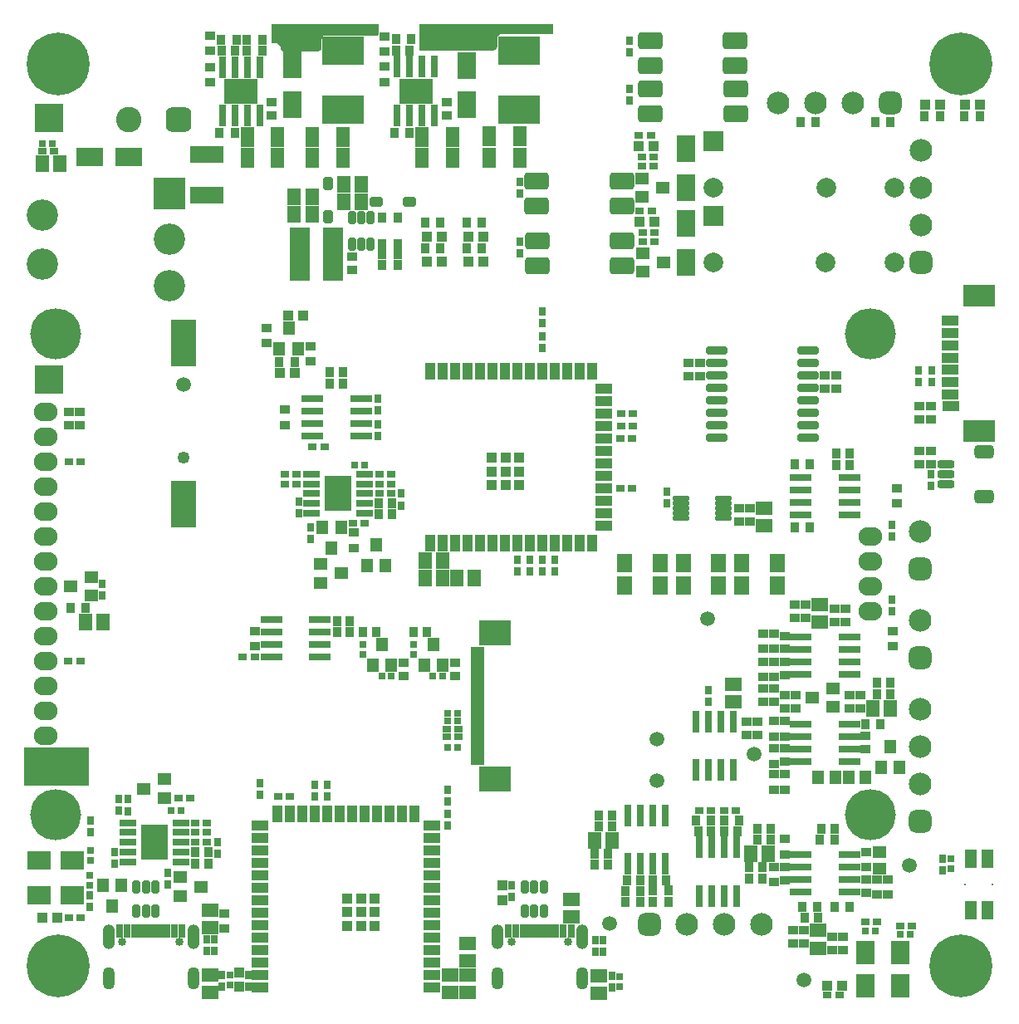
<source format=gbr>
G04*
G04 #@! TF.GenerationSoftware,Altium Limited,Altium Designer,24.10.1 (45)*
G04*
G04 Layer_Color=8388736*
%FSLAX25Y25*%
%MOIN*%
G70*
G04*
G04 #@! TF.SameCoordinates,F8DE0C88-6A82-4F8F-96BC-C1AF256D62EF*
G04*
G04*
G04 #@! TF.FilePolarity,Negative*
G04*
G01*
G75*
%ADD21R,0.26000X0.15500*%
%ADD73R,0.04000X0.04000*%
%ADD74R,0.02800X0.03400*%
%ADD75R,0.04000X0.03800*%
%ADD76R,0.03950X0.03753*%
%ADD77R,0.06500X0.05200*%
%ADD78R,0.02769X0.03162*%
%ADD79R,0.05500X0.04800*%
%ADD80R,0.03400X0.02800*%
%ADD81R,0.03162X0.02769*%
%ADD82R,0.09855X0.18517*%
G04:AMPARAMS|DCode=83|XSize=55.64mil|YSize=31.23mil|CornerRadius=6.9mil|HoleSize=0mil|Usage=FLASHONLY|Rotation=90.000|XOffset=0mil|YOffset=0mil|HoleType=Round|Shape=RoundedRectangle|*
%AMROUNDEDRECTD83*
21,1,0.05564,0.01742,0,0,90.0*
21,1,0.04183,0.03123,0,0,90.0*
1,1,0.01381,0.00871,0.02092*
1,1,0.01381,0.00871,-0.02092*
1,1,0.01381,-0.00871,-0.02092*
1,1,0.01381,-0.00871,0.02092*
%
%ADD83ROUNDEDRECTD83*%
%ADD84R,0.05200X0.06500*%
G04:AMPARAMS|DCode=85|XSize=65.87mil|YSize=19.02mil|CornerRadius=5.38mil|HoleSize=0mil|Usage=FLASHONLY|Rotation=0.000|XOffset=0mil|YOffset=0mil|HoleType=Round|Shape=RoundedRectangle|*
%AMROUNDEDRECTD85*
21,1,0.06587,0.00827,0,0,0.0*
21,1,0.05512,0.01902,0,0,0.0*
1,1,0.01076,0.02756,-0.00413*
1,1,0.01076,-0.02756,-0.00413*
1,1,0.01076,-0.02756,0.00413*
1,1,0.01076,0.02756,0.00413*
%
%ADD85ROUNDEDRECTD85*%
%ADD86R,0.04343X0.04343*%
%ADD87R,0.04343X0.06706*%
%ADD88R,0.06706X0.04343*%
%ADD89R,0.08556X0.03162*%
%ADD90R,0.06509X0.03162*%
%ADD91R,0.10642X0.14186*%
G04:AMPARAMS|DCode=92|XSize=88.71mil|YSize=31.23mil|CornerRadius=6.9mil|HoleSize=0mil|Usage=FLASHONLY|Rotation=0.000|XOffset=0mil|YOffset=0mil|HoleType=Round|Shape=RoundedRectangle|*
%AMROUNDEDRECTD92*
21,1,0.08871,0.01742,0,0,0.0*
21,1,0.07490,0.03123,0,0,0.0*
1,1,0.01381,0.03745,-0.00871*
1,1,0.01381,-0.03745,-0.00871*
1,1,0.01381,-0.03745,0.00871*
1,1,0.01381,0.03745,0.00871*
%
%ADD92ROUNDEDRECTD92*%
G04:AMPARAMS|DCode=93|XSize=98.55mil|YSize=66.27mil|CornerRadius=11.28mil|HoleSize=0mil|Usage=FLASHONLY|Rotation=0.000|XOffset=0mil|YOffset=0mil|HoleType=Round|Shape=RoundedRectangle|*
%AMROUNDEDRECTD93*
21,1,0.09855,0.04370,0,0,0.0*
21,1,0.07598,0.06627,0,0,0.0*
1,1,0.02257,0.03799,-0.02185*
1,1,0.02257,-0.03799,-0.02185*
1,1,0.02257,-0.03799,0.02185*
1,1,0.02257,0.03799,0.02185*
%
%ADD93ROUNDEDRECTD93*%
%ADD94R,0.03162X0.08556*%
%ADD95R,0.05524X0.04800*%
%ADD96R,0.04343X0.04343*%
%ADD97R,0.06706X0.04343*%
%ADD98R,0.04343X0.06706*%
%ADD99R,0.04800X0.05524*%
%ADD100R,0.13792X0.10288*%
%ADD101R,0.04737X0.07493*%
%ADD102R,0.07493X0.09461*%
%ADD103R,0.09461X0.07493*%
%ADD104R,0.03800X0.04000*%
%ADD105R,0.04800X0.05500*%
%ADD106R,0.08280X0.21666*%
%ADD107R,0.16548X0.11430*%
%ADD108R,0.01981X0.05328*%
%ADD109R,0.03162X0.05328*%
G04:AMPARAMS|DCode=110|XSize=55.24mil|YSize=78.87mil|CornerRadius=15.81mil|HoleSize=0mil|Usage=FLASHONLY|Rotation=270.000|XOffset=0mil|YOffset=0mil|HoleType=Round|Shape=RoundedRectangle|*
%AMROUNDEDRECTD110*
21,1,0.05524,0.04724,0,0,270.0*
21,1,0.02362,0.07887,0,0,270.0*
1,1,0.03162,-0.02362,-0.01181*
1,1,0.03162,-0.02362,0.01181*
1,1,0.03162,0.02362,0.01181*
1,1,0.03162,0.02362,-0.01181*
%
%ADD110ROUNDEDRECTD110*%
G04:AMPARAMS|DCode=111|XSize=31.62mil|YSize=69.02mil|CornerRadius=9.91mil|HoleSize=0mil|Usage=FLASHONLY|Rotation=270.000|XOffset=0mil|YOffset=0mil|HoleType=Round|Shape=RoundedRectangle|*
%AMROUNDEDRECTD111*
21,1,0.03162,0.04921,0,0,270.0*
21,1,0.01181,0.06902,0,0,270.0*
1,1,0.01981,-0.02461,-0.00591*
1,1,0.01981,-0.02461,0.00591*
1,1,0.01981,0.02461,0.00591*
1,1,0.01981,0.02461,-0.00591*
%
%ADD111ROUNDEDRECTD111*%
%ADD112R,0.07099X0.03950*%
%ADD113R,0.12611X0.09068*%
%ADD114R,0.05721X0.01981*%
%ADD115R,0.13005X0.09855*%
%ADD116R,0.11811X0.11811*%
%ADD117R,0.13398X0.06706*%
%ADD118R,0.04000X0.04000*%
%ADD119R,0.07493X0.10642*%
%ADD120R,0.06194X0.07611*%
G04:AMPARAMS|DCode=121|XSize=55.64mil|YSize=36.74mil|CornerRadius=6.59mil|HoleSize=0mil|Usage=FLASHONLY|Rotation=90.000|XOffset=0mil|YOffset=0mil|HoleType=Round|Shape=RoundedRectangle|*
%AMROUNDEDRECTD121*
21,1,0.05564,0.02357,0,0,90.0*
21,1,0.04247,0.03674,0,0,90.0*
1,1,0.01317,0.01178,0.02123*
1,1,0.01317,0.01178,-0.02123*
1,1,0.01317,-0.01178,-0.02123*
1,1,0.01317,-0.01178,0.02123*
%
%ADD121ROUNDEDRECTD121*%
G04:AMPARAMS|DCode=122|XSize=55.64mil|YSize=36.74mil|CornerRadius=6.59mil|HoleSize=0mil|Usage=FLASHONLY|Rotation=180.000|XOffset=0mil|YOffset=0mil|HoleType=Round|Shape=RoundedRectangle|*
%AMROUNDEDRECTD122*
21,1,0.05564,0.02357,0,0,180.0*
21,1,0.04247,0.03674,0,0,180.0*
1,1,0.01317,-0.02123,0.01178*
1,1,0.01317,0.02123,0.01178*
1,1,0.01317,0.02123,-0.01178*
1,1,0.01317,-0.02123,-0.01178*
%
%ADD122ROUNDEDRECTD122*%
%ADD123R,0.10642X0.07493*%
%ADD124R,0.03753X0.03950*%
%ADD125R,0.05200X0.07900*%
%ADD126C,0.05906*%
%ADD127C,0.05918*%
%ADD128C,0.04934*%
%ADD129C,0.10249*%
G04:AMPARAMS|DCode=130|XSize=102.49mil|YSize=102.49mil|CornerRadius=27.62mil|HoleSize=0mil|Usage=FLASHONLY|Rotation=180.000|XOffset=0mil|YOffset=0mil|HoleType=Round|Shape=RoundedRectangle|*
%AMROUNDEDRECTD130*
21,1,0.10249,0.04724,0,0,180.0*
21,1,0.04724,0.10249,0,0,180.0*
1,1,0.05524,-0.02362,0.02362*
1,1,0.05524,0.02362,0.02362*
1,1,0.05524,0.02362,-0.02362*
1,1,0.05524,-0.02362,-0.02362*
%
%ADD130ROUNDEDRECTD130*%
%ADD131C,0.00800*%
%ADD132C,0.12611*%
%ADD133R,0.12611X0.12611*%
G04:AMPARAMS|DCode=134|XSize=90.68mil|YSize=90.68mil|CornerRadius=24.67mil|HoleSize=0mil|Usage=FLASHONLY|Rotation=90.000|XOffset=0mil|YOffset=0mil|HoleType=Round|Shape=RoundedRectangle|*
%AMROUNDEDRECTD134*
21,1,0.09068,0.04134,0,0,90.0*
21,1,0.04134,0.09068,0,0,90.0*
1,1,0.04934,0.02067,0.02067*
1,1,0.04934,0.02067,-0.02067*
1,1,0.04934,-0.02067,-0.02067*
1,1,0.04934,-0.02067,0.02067*
%
%ADD134ROUNDEDRECTD134*%
%ADD135C,0.09068*%
G04:AMPARAMS|DCode=136|XSize=90.68mil|YSize=90.68mil|CornerRadius=24.67mil|HoleSize=0mil|Usage=FLASHONLY|Rotation=180.000|XOffset=0mil|YOffset=0mil|HoleType=Round|Shape=RoundedRectangle|*
%AMROUNDEDRECTD136*
21,1,0.09068,0.04134,0,0,180.0*
21,1,0.04134,0.09068,0,0,180.0*
1,1,0.04934,-0.02067,0.02067*
1,1,0.04934,0.02067,0.02067*
1,1,0.04934,0.02067,-0.02067*
1,1,0.04934,-0.02067,-0.02067*
%
%ADD136ROUNDEDRECTD136*%
%ADD137O,0.09461X0.07493*%
%ADD138C,0.20485*%
%ADD139C,0.07887*%
%ADD140R,0.07887X0.07887*%
%ADD141C,0.03359*%
%ADD142O,0.04934X0.09068*%
%ADD143O,0.04934X0.09855*%
%ADD144C,0.03950*%
%ADD145C,0.25197*%
G36*
X144400Y393700D02*
X144400Y390500D01*
X144400Y390261D01*
X144217Y389820D01*
X143880Y389483D01*
X143439Y389300D01*
X143200Y389300D01*
X143200Y389300D01*
X122800D01*
X122527Y389273D01*
X122022Y389064D01*
X121636Y388678D01*
X121427Y388173D01*
X121400Y387900D01*
D01*
Y384800D01*
Y384422D01*
X121111Y383724D01*
X120576Y383189D01*
X119878Y382900D01*
X119500D01*
D01*
X106200D01*
X105941Y382900D01*
X105464Y383098D01*
X105098Y383464D01*
X104900Y383941D01*
X104900Y384200D01*
X104900Y384200D01*
X104865Y384560D01*
X104589Y385225D01*
X104080Y385733D01*
X103416Y386009D01*
X103056Y386044D01*
D01*
X101200D01*
Y393700D01*
X144400D01*
D02*
G37*
G36*
X214300Y393701D02*
Y389700D01*
X193300D01*
X193027Y389673D01*
X192522Y389464D01*
X192136Y389078D01*
X191927Y388573D01*
X191900Y388300D01*
D01*
Y385200D01*
Y384822D01*
X191611Y384124D01*
X191076Y383589D01*
X190378Y383300D01*
X190000D01*
D01*
X160500D01*
Y393701D01*
X214300D01*
D02*
G37*
D21*
X15000Y95750D02*
D03*
D73*
X249046Y314600D02*
D03*
X254951D02*
D03*
X15253Y35200D02*
D03*
X9347D02*
D03*
X108047Y277000D02*
D03*
X113953D02*
D03*
X110506Y253900D02*
D03*
X104600D02*
D03*
X254651Y344900D02*
D03*
X248746D02*
D03*
X363547Y361600D02*
D03*
X369453D02*
D03*
X379547D02*
D03*
X385453D02*
D03*
X324387Y7900D02*
D03*
X330293D02*
D03*
X186223Y308667D02*
D03*
X180318D02*
D03*
X186223Y298400D02*
D03*
X180318D02*
D03*
X169523Y308667D02*
D03*
X163618D02*
D03*
X169523Y298400D02*
D03*
X163618D02*
D03*
D74*
X199762Y174138D02*
D03*
Y178862D02*
D03*
X204762Y174138D02*
D03*
Y178862D02*
D03*
X143800Y243462D02*
D03*
Y238738D02*
D03*
X123700Y83800D02*
D03*
Y88524D02*
D03*
X143800Y228500D02*
D03*
Y233224D02*
D03*
X118700Y83800D02*
D03*
Y88524D02*
D03*
X237952Y11862D02*
D03*
Y7138D02*
D03*
X116800Y191962D02*
D03*
Y187238D02*
D03*
X234252Y26162D02*
D03*
Y21438D02*
D03*
X231152Y26162D02*
D03*
Y21438D02*
D03*
X112100Y197500D02*
D03*
Y202224D02*
D03*
X197637Y43386D02*
D03*
Y48110D02*
D03*
X153200Y205374D02*
D03*
Y200650D02*
D03*
X59600Y53162D02*
D03*
Y48438D02*
D03*
X81400Y12079D02*
D03*
Y7354D02*
D03*
X78300Y26662D02*
D03*
Y21938D02*
D03*
X75100Y26662D02*
D03*
Y21938D02*
D03*
X43500Y82724D02*
D03*
Y78000D02*
D03*
X39900Y82762D02*
D03*
Y78038D02*
D03*
X38426Y56739D02*
D03*
Y61463D02*
D03*
X79700Y65400D02*
D03*
Y60676D02*
D03*
X209800Y268562D02*
D03*
Y263838D02*
D03*
Y273838D02*
D03*
Y278562D02*
D03*
X365900Y213206D02*
D03*
Y208481D02*
D03*
X200900Y325938D02*
D03*
Y330662D02*
D03*
X244900Y363138D02*
D03*
Y367862D02*
D03*
Y382438D02*
D03*
Y387162D02*
D03*
X200900Y301938D02*
D03*
Y306662D02*
D03*
X276700Y126662D02*
D03*
Y121938D02*
D03*
X259800Y201468D02*
D03*
Y206193D02*
D03*
X209762Y178862D02*
D03*
Y174138D02*
D03*
X214762Y178862D02*
D03*
Y174138D02*
D03*
X366269Y250152D02*
D03*
Y254877D02*
D03*
X360931Y250152D02*
D03*
Y254877D02*
D03*
X33400Y169162D02*
D03*
Y164438D02*
D03*
X350100Y162762D02*
D03*
Y158038D02*
D03*
X350400Y188038D02*
D03*
Y192762D02*
D03*
X96600Y84338D02*
D03*
Y89062D02*
D03*
X172000Y72038D02*
D03*
Y76762D02*
D03*
Y81838D02*
D03*
Y86562D02*
D03*
X370700Y58835D02*
D03*
Y54110D02*
D03*
X91900Y12079D02*
D03*
Y7354D02*
D03*
X28500Y69337D02*
D03*
Y74061D02*
D03*
X28400Y44200D02*
D03*
Y39476D02*
D03*
D75*
X307200Y107950D02*
D03*
Y114050D02*
D03*
X303000D02*
D03*
Y107950D02*
D03*
X339800Y61650D02*
D03*
Y55550D02*
D03*
X106600Y232950D02*
D03*
Y239050D02*
D03*
X94500Y150250D02*
D03*
Y144150D02*
D03*
X350500Y144055D02*
D03*
Y150155D02*
D03*
X134200Y189750D02*
D03*
Y183650D02*
D03*
X82200Y30850D02*
D03*
Y36950D02*
D03*
X116800Y258350D02*
D03*
Y264450D02*
D03*
X99400Y265850D02*
D03*
Y271950D02*
D03*
X344200Y44350D02*
D03*
Y50450D02*
D03*
X303000Y49450D02*
D03*
Y55550D02*
D03*
X307300Y60650D02*
D03*
Y66750D02*
D03*
X348500Y50450D02*
D03*
Y44350D02*
D03*
X303000Y103050D02*
D03*
Y96950D02*
D03*
X307300Y92750D02*
D03*
Y86650D02*
D03*
X303000Y92750D02*
D03*
Y86650D02*
D03*
Y149126D02*
D03*
Y143026D02*
D03*
X298465D02*
D03*
Y149126D02*
D03*
Y137876D02*
D03*
Y131776D02*
D03*
X303000Y131826D02*
D03*
Y137926D02*
D03*
X352200Y201450D02*
D03*
Y207550D02*
D03*
X146731Y382850D02*
D03*
Y388950D02*
D03*
X76631Y383094D02*
D03*
Y389194D02*
D03*
X146731Y370650D02*
D03*
Y376750D02*
D03*
X76631Y370444D02*
D03*
Y376544D02*
D03*
D76*
X311100Y160964D02*
D03*
Y155649D02*
D03*
X327100Y153943D02*
D03*
Y159257D02*
D03*
X315500Y160964D02*
D03*
Y155649D02*
D03*
X331532Y153943D02*
D03*
Y159257D02*
D03*
X133638Y300617D02*
D03*
Y295302D02*
D03*
X268700Y252443D02*
D03*
Y257757D02*
D03*
X273100Y252485D02*
D03*
Y257800D02*
D03*
X327900Y247443D02*
D03*
Y252758D02*
D03*
X323300Y247443D02*
D03*
Y252758D02*
D03*
X365800Y222463D02*
D03*
Y217148D02*
D03*
X361400Y222463D02*
D03*
Y217148D02*
D03*
X296200Y108642D02*
D03*
Y113958D02*
D03*
X291800Y108642D02*
D03*
Y113958D02*
D03*
X293200Y194185D02*
D03*
Y199500D02*
D03*
X288800Y194185D02*
D03*
Y199500D02*
D03*
X307300Y55558D02*
D03*
Y50243D02*
D03*
X339900Y50500D02*
D03*
Y45185D02*
D03*
X330500Y27558D02*
D03*
Y22242D02*
D03*
X326100Y27558D02*
D03*
Y22242D02*
D03*
X310600Y24843D02*
D03*
Y30158D02*
D03*
X315000Y24785D02*
D03*
Y30100D02*
D03*
X339700Y102842D02*
D03*
Y108158D02*
D03*
X333200Y124515D02*
D03*
Y119200D02*
D03*
X337600Y124515D02*
D03*
Y119200D02*
D03*
X307300Y97742D02*
D03*
Y103058D02*
D03*
Y143018D02*
D03*
Y148333D02*
D03*
X298433Y121942D02*
D03*
Y127258D02*
D03*
X302900Y121942D02*
D03*
Y127258D02*
D03*
X311700Y124515D02*
D03*
Y119200D02*
D03*
X307300Y124515D02*
D03*
Y119200D02*
D03*
Y137933D02*
D03*
Y132618D02*
D03*
X365800Y235048D02*
D03*
Y240363D02*
D03*
X361400Y235048D02*
D03*
Y240363D02*
D03*
X24300Y232842D02*
D03*
Y238158D02*
D03*
X19900Y232842D02*
D03*
Y238158D02*
D03*
X174800Y137515D02*
D03*
Y132200D02*
D03*
X154142Y137515D02*
D03*
Y132200D02*
D03*
X171531Y357256D02*
D03*
Y362571D02*
D03*
X101331Y357056D02*
D03*
Y362371D02*
D03*
D77*
X321300Y160964D02*
D03*
Y153943D02*
D03*
X232752Y11911D02*
D03*
Y4889D02*
D03*
X221452Y35489D02*
D03*
Y42511D02*
D03*
X76500Y12079D02*
D03*
Y5057D02*
D03*
Y38211D02*
D03*
Y31189D02*
D03*
X286700Y121889D02*
D03*
Y128911D02*
D03*
X298900Y199500D02*
D03*
Y192479D02*
D03*
X320600Y30011D02*
D03*
Y22989D02*
D03*
X179800Y17800D02*
D03*
Y24821D02*
D03*
Y5059D02*
D03*
Y12100D02*
D03*
X172800Y5089D02*
D03*
Y12131D02*
D03*
D78*
X373900Y54898D02*
D03*
Y58835D02*
D03*
X241052Y7531D02*
D03*
Y11468D02*
D03*
X84700Y8142D02*
D03*
Y12079D02*
D03*
X28500Y58100D02*
D03*
Y62037D02*
D03*
X28400Y48137D02*
D03*
Y52074D02*
D03*
X158300Y144869D02*
D03*
Y140931D02*
D03*
X137843Y144900D02*
D03*
Y140963D02*
D03*
D79*
X345200Y61650D02*
D03*
Y54950D02*
D03*
D80*
X344324Y33600D02*
D03*
X339600D02*
D03*
X117738Y224100D02*
D03*
X122462D02*
D03*
X94462Y139700D02*
D03*
X89738D02*
D03*
X138662Y193500D02*
D03*
X133938D02*
D03*
X144438Y209311D02*
D03*
X149162D02*
D03*
X106638Y213248D02*
D03*
X111362D02*
D03*
X144438Y205374D02*
D03*
X149162D02*
D03*
X106638Y209311D02*
D03*
X111362D02*
D03*
X149162Y213200D02*
D03*
X144438D02*
D03*
X68662Y83260D02*
D03*
X63938D02*
D03*
X70438Y69400D02*
D03*
X75162D02*
D03*
X70438Y65400D02*
D03*
X75162D02*
D03*
Y73200D02*
D03*
X70438D02*
D03*
X24662Y35200D02*
D03*
X19938D02*
D03*
X253470Y349200D02*
D03*
X248746D02*
D03*
X254651Y336924D02*
D03*
X249927D02*
D03*
X254651Y340624D02*
D03*
X249927D02*
D03*
X253770Y318900D02*
D03*
X249046D02*
D03*
X254951Y306624D02*
D03*
X250227D02*
D03*
X254951Y310324D02*
D03*
X250227D02*
D03*
X241238Y207594D02*
D03*
X245962D02*
D03*
X241238Y227594D02*
D03*
X245962D02*
D03*
X287624Y78100D02*
D03*
X282900D02*
D03*
X272938D02*
D03*
X277662D02*
D03*
X241538Y232600D02*
D03*
X246262D02*
D03*
X241538Y237600D02*
D03*
X246262D02*
D03*
X108562Y83800D02*
D03*
X103838D02*
D03*
X19838Y218100D02*
D03*
X24562D02*
D03*
X19738Y138100D02*
D03*
X24462D02*
D03*
X171638Y110963D02*
D03*
X176362D02*
D03*
X176162Y107800D02*
D03*
X171438D02*
D03*
X329112Y4100D02*
D03*
X324387D02*
D03*
X353700Y32000D02*
D03*
X358424D02*
D03*
X9316Y342800D02*
D03*
X14040D02*
D03*
D81*
X343537Y30000D02*
D03*
X339600D02*
D03*
X138600Y217000D02*
D03*
X134663D02*
D03*
X64954Y78160D02*
D03*
X61017D02*
D03*
X175969Y117100D02*
D03*
X172031D02*
D03*
X175969Y103383D02*
D03*
X172032D02*
D03*
X175969Y114063D02*
D03*
X172032D02*
D03*
X353700Y28600D02*
D03*
X357637D02*
D03*
X13253Y345900D02*
D03*
X9316D02*
D03*
X169940Y132200D02*
D03*
X166003D02*
D03*
X149411D02*
D03*
X145474D02*
D03*
D82*
X66000Y265798D02*
D03*
Y201231D02*
D03*
D83*
X133598Y305645D02*
D03*
X137338D02*
D03*
X141078D02*
D03*
Y316275D02*
D03*
X137338D02*
D03*
X133598D02*
D03*
X210433Y37759D02*
D03*
X206693D02*
D03*
X202953D02*
D03*
Y47641D02*
D03*
X206693D02*
D03*
X210433D02*
D03*
X54540Y37759D02*
D03*
X50800D02*
D03*
X47060D02*
D03*
Y47641D02*
D03*
X50800D02*
D03*
X54540D02*
D03*
D84*
X130327Y322660D02*
D03*
X137369D02*
D03*
X293689Y61000D02*
D03*
X300711D02*
D03*
X238011Y66300D02*
D03*
X230989D02*
D03*
X342689Y119200D02*
D03*
X349711D02*
D03*
X33611Y153900D02*
D03*
X26589D02*
D03*
X175500Y171600D02*
D03*
X182521D02*
D03*
X9316Y337800D02*
D03*
X16337D02*
D03*
X162789Y171600D02*
D03*
X169831D02*
D03*
X162789Y178500D02*
D03*
X169831D02*
D03*
X130327Y329560D02*
D03*
X137369D02*
D03*
X117448Y317660D02*
D03*
X110407D02*
D03*
X117448Y324560D02*
D03*
X110407D02*
D03*
D85*
X265635Y203437D02*
D03*
Y201468D02*
D03*
Y199500D02*
D03*
Y197531D02*
D03*
Y195563D02*
D03*
X282565D02*
D03*
Y197531D02*
D03*
Y199500D02*
D03*
Y201468D02*
D03*
Y203437D02*
D03*
D86*
X195156Y214188D02*
D03*
Y208676D02*
D03*
Y219700D02*
D03*
X200668Y208676D02*
D03*
Y214188D02*
D03*
Y219700D02*
D03*
X189644Y208676D02*
D03*
Y214188D02*
D03*
Y219700D02*
D03*
D87*
X164762Y185645D02*
D03*
X169762D02*
D03*
X174762D02*
D03*
X179762D02*
D03*
X184762D02*
D03*
X189762D02*
D03*
X194762D02*
D03*
X199762D02*
D03*
X204762D02*
D03*
X209762D02*
D03*
X214762D02*
D03*
X219762D02*
D03*
X224762D02*
D03*
X229762D02*
D03*
Y254542D02*
D03*
X224762D02*
D03*
X219762D02*
D03*
X214762D02*
D03*
X209762D02*
D03*
X204762D02*
D03*
X199762D02*
D03*
X194762D02*
D03*
X189762D02*
D03*
X184762D02*
D03*
X179762D02*
D03*
X174762D02*
D03*
X169762D02*
D03*
X164762D02*
D03*
D88*
X234683Y192594D02*
D03*
Y197594D02*
D03*
Y202594D02*
D03*
Y207594D02*
D03*
Y212594D02*
D03*
Y217594D02*
D03*
Y222594D02*
D03*
Y227594D02*
D03*
Y232594D02*
D03*
Y237594D02*
D03*
Y242594D02*
D03*
Y247594D02*
D03*
D89*
X117756Y243500D02*
D03*
X137244Y233500D02*
D03*
Y238500D02*
D03*
Y243500D02*
D03*
X117756Y238500D02*
D03*
Y233500D02*
D03*
Y228500D02*
D03*
X137244D02*
D03*
X101256Y154700D02*
D03*
X120744Y144700D02*
D03*
Y149700D02*
D03*
Y154700D02*
D03*
X101256Y149700D02*
D03*
Y144700D02*
D03*
Y139700D02*
D03*
X120744D02*
D03*
X313756Y60500D02*
D03*
X333244Y50500D02*
D03*
Y55500D02*
D03*
Y60500D02*
D03*
X313756Y55500D02*
D03*
Y50500D02*
D03*
Y45500D02*
D03*
X333244D02*
D03*
Y98000D02*
D03*
X313756Y108000D02*
D03*
Y103000D02*
D03*
Y98000D02*
D03*
X333244Y103000D02*
D03*
Y108000D02*
D03*
Y113000D02*
D03*
X313756D02*
D03*
X333244Y132876D02*
D03*
X313756Y142876D02*
D03*
Y137876D02*
D03*
Y132876D02*
D03*
X333244Y137876D02*
D03*
Y142876D02*
D03*
Y147876D02*
D03*
X313756D02*
D03*
X333244Y197000D02*
D03*
X313756Y207000D02*
D03*
Y202000D02*
D03*
Y197000D02*
D03*
X333244Y202000D02*
D03*
Y207000D02*
D03*
Y212000D02*
D03*
X313756D02*
D03*
D90*
X117143Y213248D02*
D03*
Y209311D02*
D03*
Y205374D02*
D03*
Y201437D02*
D03*
Y197500D02*
D03*
X138600Y213248D02*
D03*
Y209311D02*
D03*
Y205374D02*
D03*
Y201437D02*
D03*
Y197500D02*
D03*
X43498Y73274D02*
D03*
Y69337D02*
D03*
Y65400D02*
D03*
Y61463D02*
D03*
Y57526D02*
D03*
X64954Y73274D02*
D03*
Y69337D02*
D03*
Y65400D02*
D03*
Y61463D02*
D03*
Y57526D02*
D03*
D91*
X127872Y205374D02*
D03*
X54226Y65400D02*
D03*
D92*
X316527Y262800D02*
D03*
Y257800D02*
D03*
Y252800D02*
D03*
Y247800D02*
D03*
Y242800D02*
D03*
Y237800D02*
D03*
Y232800D02*
D03*
Y227800D02*
D03*
X279873D02*
D03*
Y232800D02*
D03*
Y237800D02*
D03*
Y242800D02*
D03*
Y247800D02*
D03*
Y252800D02*
D03*
Y257800D02*
D03*
Y262800D02*
D03*
D93*
X241926Y330700D02*
D03*
Y320700D02*
D03*
X207674D02*
D03*
Y330700D02*
D03*
X253274Y357900D02*
D03*
Y367900D02*
D03*
X287526D02*
D03*
Y357900D02*
D03*
X242026Y306700D02*
D03*
Y296700D02*
D03*
X207774D02*
D03*
Y306700D02*
D03*
X253174Y377100D02*
D03*
Y387100D02*
D03*
X287426D02*
D03*
Y377100D02*
D03*
D94*
X271700Y94456D02*
D03*
X281700Y113944D02*
D03*
X276700D02*
D03*
X271700D02*
D03*
X276700Y94456D02*
D03*
X281700D02*
D03*
X286700D02*
D03*
Y113944D02*
D03*
X272800Y43856D02*
D03*
X282800Y63344D02*
D03*
X277800D02*
D03*
X272800D02*
D03*
X277800Y43856D02*
D03*
X282800D02*
D03*
X287800D02*
D03*
Y63344D02*
D03*
X259374Y76304D02*
D03*
X249374Y56816D02*
D03*
X254374D02*
D03*
X259374D02*
D03*
X254374Y76304D02*
D03*
X249374D02*
D03*
X244374D02*
D03*
Y56816D02*
D03*
X166631Y376744D02*
D03*
Y357256D02*
D03*
X161632D02*
D03*
X156632D02*
D03*
X151631Y376744D02*
D03*
X156632D02*
D03*
X161632D02*
D03*
X151631Y357256D02*
D03*
X96431Y376544D02*
D03*
Y357056D02*
D03*
X91431D02*
D03*
X86431D02*
D03*
X81432Y376544D02*
D03*
X86431D02*
D03*
X91431D02*
D03*
X81432Y357056D02*
D03*
D95*
X326473Y119760D02*
D03*
Y127240D02*
D03*
X318127Y123500D02*
D03*
X120827Y177140D02*
D03*
Y169660D02*
D03*
X129173Y173400D02*
D03*
X64427Y51340D02*
D03*
Y43860D02*
D03*
X72773Y47600D02*
D03*
X58147Y83260D02*
D03*
Y90740D02*
D03*
X49800Y87000D02*
D03*
X249927Y331965D02*
D03*
Y324484D02*
D03*
X258273Y328224D02*
D03*
X250227Y301965D02*
D03*
Y294484D02*
D03*
X258573Y298224D02*
D03*
X28773Y164460D02*
D03*
Y171940D02*
D03*
X20427Y168200D02*
D03*
D96*
X137106Y37472D02*
D03*
X142617D02*
D03*
X131594D02*
D03*
X142617Y42984D02*
D03*
X137106D02*
D03*
X131594D02*
D03*
X142617Y31961D02*
D03*
X137106D02*
D03*
X131594D02*
D03*
D97*
X165649Y7079D02*
D03*
Y12079D02*
D03*
Y17079D02*
D03*
Y22079D02*
D03*
Y27079D02*
D03*
Y32079D02*
D03*
Y37079D02*
D03*
Y42079D02*
D03*
Y47079D02*
D03*
Y52079D02*
D03*
Y57079D02*
D03*
Y62079D02*
D03*
Y67079D02*
D03*
Y72079D02*
D03*
X96751D02*
D03*
Y67079D02*
D03*
Y62079D02*
D03*
Y57079D02*
D03*
Y52079D02*
D03*
Y47079D02*
D03*
Y42079D02*
D03*
Y37079D02*
D03*
Y32079D02*
D03*
Y27079D02*
D03*
Y22079D02*
D03*
Y17079D02*
D03*
Y12079D02*
D03*
Y7079D02*
D03*
D98*
X158700Y77000D02*
D03*
X153700D02*
D03*
X148700D02*
D03*
X143700D02*
D03*
X138700D02*
D03*
X133700D02*
D03*
X128700D02*
D03*
X123700D02*
D03*
X118700D02*
D03*
X113700D02*
D03*
X108700D02*
D03*
X103700D02*
D03*
D99*
X162460Y136554D02*
D03*
X169940D02*
D03*
X166200Y144900D02*
D03*
X141902Y136554D02*
D03*
X149383D02*
D03*
X145642Y144900D02*
D03*
X129140Y191973D02*
D03*
X121660D02*
D03*
X125400Y183627D02*
D03*
X104360Y263627D02*
D03*
X111840D02*
D03*
X108100Y271973D02*
D03*
X345760Y95553D02*
D03*
X353240D02*
D03*
X349500Y103900D02*
D03*
X139460Y176590D02*
D03*
X146940D02*
D03*
X143200Y184936D02*
D03*
X41080Y48137D02*
D03*
X33600D02*
D03*
X37340Y39791D02*
D03*
D100*
X159132Y367000D02*
D03*
X88932Y366800D02*
D03*
D101*
X388460Y38165D02*
D03*
X381767D02*
D03*
X388460Y58835D02*
D03*
X381767D02*
D03*
D102*
X353700Y7907D02*
D03*
Y21293D02*
D03*
X339600Y7907D02*
D03*
Y21293D02*
D03*
D103*
X7907Y58100D02*
D03*
X21293D02*
D03*
X7907Y44200D02*
D03*
X21293D02*
D03*
D104*
X104350Y258300D02*
D03*
X110450D02*
D03*
X369450Y357000D02*
D03*
X363350D02*
D03*
X385500D02*
D03*
X379400D02*
D03*
X319600Y354600D02*
D03*
X313500D02*
D03*
X349650D02*
D03*
X343550D02*
D03*
X288950Y74300D02*
D03*
X282850D02*
D03*
X271650D02*
D03*
X277750D02*
D03*
X243224Y45916D02*
D03*
X249324D02*
D03*
Y41516D02*
D03*
X243224D02*
D03*
X254424D02*
D03*
X260524D02*
D03*
Y46016D02*
D03*
X254424D02*
D03*
X327150Y39600D02*
D03*
X333250D02*
D03*
X314250D02*
D03*
X320350D02*
D03*
X321150Y66400D02*
D03*
X327250D02*
D03*
X345750Y112800D02*
D03*
X339650D02*
D03*
X311181Y217100D02*
D03*
X317282D02*
D03*
X311181Y191900D02*
D03*
X317282D02*
D03*
X26550Y159600D02*
D03*
X20450D02*
D03*
X179650Y314200D02*
D03*
X185750D02*
D03*
X179650Y303933D02*
D03*
X185750D02*
D03*
X162950Y314200D02*
D03*
X169050D02*
D03*
X162950Y303933D02*
D03*
X169050D02*
D03*
X145688Y305660D02*
D03*
X151788D02*
D03*
Y297060D02*
D03*
X145688D02*
D03*
Y301360D02*
D03*
X151788D02*
D03*
Y316260D02*
D03*
X145688D02*
D03*
X151281Y387700D02*
D03*
X157381D02*
D03*
X156581Y350200D02*
D03*
X150481D02*
D03*
X81081Y387544D02*
D03*
X87182D02*
D03*
X86431Y350200D02*
D03*
X80331D02*
D03*
X91382Y387544D02*
D03*
X97482D02*
D03*
Y383144D02*
D03*
X91382D02*
D03*
D105*
X327456Y91400D02*
D03*
X320756D02*
D03*
X333000D02*
D03*
X339700D02*
D03*
D106*
X112445Y301660D02*
D03*
X125831D02*
D03*
D107*
X200731Y383209D02*
D03*
Y359390D02*
D03*
X129931Y383209D02*
D03*
Y359390D02*
D03*
D108*
X211805Y29681D02*
D03*
X215742D02*
D03*
X213773D02*
D03*
X209836D02*
D03*
X207868D02*
D03*
X205899D02*
D03*
X203931D02*
D03*
X201962D02*
D03*
X55753D02*
D03*
X59690D02*
D03*
X57721D02*
D03*
X53784D02*
D03*
X51816D02*
D03*
X49847D02*
D03*
X47879D02*
D03*
X45910D02*
D03*
D109*
X221450D02*
D03*
X218301D02*
D03*
X199403D02*
D03*
X196254D02*
D03*
X65398D02*
D03*
X62249D02*
D03*
X43351D02*
D03*
X40202D02*
D03*
D110*
X387256Y204150D02*
D03*
Y222261D02*
D03*
D111*
X372000Y217143D02*
D03*
Y213206D02*
D03*
Y209268D02*
D03*
D112*
X373677Y274758D02*
D03*
Y269837D02*
D03*
Y264916D02*
D03*
Y259995D02*
D03*
Y255073D02*
D03*
Y250152D02*
D03*
Y245231D02*
D03*
X373800Y240406D02*
D03*
D113*
X385217Y284799D02*
D03*
Y230366D02*
D03*
D114*
X183912Y97535D02*
D03*
Y99504D02*
D03*
Y101472D02*
D03*
Y103441D02*
D03*
Y105409D02*
D03*
Y107378D02*
D03*
Y109346D02*
D03*
Y111315D02*
D03*
Y113284D02*
D03*
Y115252D02*
D03*
Y117220D02*
D03*
Y119189D02*
D03*
Y121158D02*
D03*
Y123126D02*
D03*
Y125094D02*
D03*
Y127063D02*
D03*
Y129032D02*
D03*
Y131000D02*
D03*
Y132968D02*
D03*
Y134937D02*
D03*
Y136906D02*
D03*
Y138874D02*
D03*
Y140842D02*
D03*
Y142811D02*
D03*
D115*
X190900Y149386D02*
D03*
Y90961D02*
D03*
D116*
X11811Y251181D02*
D03*
Y356299D02*
D03*
D117*
X75400Y325032D02*
D03*
Y341568D02*
D03*
D118*
X193937Y48101D02*
D03*
Y42195D02*
D03*
X88300Y7354D02*
D03*
Y13260D02*
D03*
D119*
X267600Y328224D02*
D03*
Y343972D02*
D03*
Y298224D02*
D03*
Y313972D02*
D03*
X179732Y361526D02*
D03*
Y377274D02*
D03*
X109432Y361626D02*
D03*
Y377374D02*
D03*
D120*
X290013Y168500D02*
D03*
X304187D02*
D03*
Y177600D02*
D03*
X290013D02*
D03*
X243013Y168500D02*
D03*
X257187D02*
D03*
Y177600D02*
D03*
X243013D02*
D03*
X266513Y168500D02*
D03*
X280687D02*
D03*
Y177600D02*
D03*
X266513D02*
D03*
D121*
X124038Y316446D02*
D03*
Y329674D02*
D03*
D122*
X156452Y322560D02*
D03*
X143224D02*
D03*
D123*
X28226Y340400D02*
D03*
X43974D02*
D03*
D124*
X124742Y254200D02*
D03*
X130058D02*
D03*
X124643Y249500D02*
D03*
X129957D02*
D03*
X132757Y149700D02*
D03*
X127443D02*
D03*
X132757Y154200D02*
D03*
X127443D02*
D03*
X149458Y201500D02*
D03*
X144142D02*
D03*
X149458Y197100D02*
D03*
X144142D02*
D03*
X75978Y57000D02*
D03*
X70663D02*
D03*
X75978Y61500D02*
D03*
X70663D02*
D03*
X282800Y69900D02*
D03*
X288115D02*
D03*
X296143Y70900D02*
D03*
X301458D02*
D03*
X296143Y66500D02*
D03*
X301458D02*
D03*
X298257Y55400D02*
D03*
X292943D02*
D03*
X298257Y51000D02*
D03*
X292943D02*
D03*
X277758Y69900D02*
D03*
X272443D02*
D03*
X249331Y50316D02*
D03*
X244017D02*
D03*
X236304Y56400D02*
D03*
X230989D02*
D03*
X236304Y60800D02*
D03*
X230989D02*
D03*
X232696Y71900D02*
D03*
X238011D02*
D03*
X232696Y76300D02*
D03*
X238011D02*
D03*
X254416Y50316D02*
D03*
X259732D02*
D03*
X320456Y35300D02*
D03*
X315141D02*
D03*
X327256Y70900D02*
D03*
X321941D02*
D03*
X344396Y129500D02*
D03*
X349711D02*
D03*
X344396Y125000D02*
D03*
X349711D02*
D03*
X327929Y221400D02*
D03*
X333244D02*
D03*
X327929Y217000D02*
D03*
X333244D02*
D03*
X163615Y149900D02*
D03*
X158300D02*
D03*
X143157D02*
D03*
X137843D02*
D03*
X151274Y383300D02*
D03*
X156589D02*
D03*
X81116Y383044D02*
D03*
X86431D02*
D03*
D125*
X200832Y340100D02*
D03*
X188631D02*
D03*
X200832Y348700D02*
D03*
X188631D02*
D03*
X161632Y348600D02*
D03*
X173831D02*
D03*
X161632Y340300D02*
D03*
X173831D02*
D03*
X129931Y348644D02*
D03*
X117731D02*
D03*
X129931Y340244D02*
D03*
X117731D02*
D03*
X91431Y348444D02*
D03*
X103631D02*
D03*
X91431Y340244D02*
D03*
X103631D02*
D03*
D126*
X357400Y56200D02*
D03*
X256000Y90300D02*
D03*
X255900Y106800D02*
D03*
X236900Y32800D02*
D03*
X294800Y101000D02*
D03*
X276400Y155200D02*
D03*
X315000Y10300D02*
D03*
D127*
X66000Y249065D02*
D03*
D128*
Y219735D02*
D03*
D129*
X44000Y355552D02*
D03*
D130*
X64000D02*
D03*
D131*
X390527Y48500D02*
D03*
X379700D02*
D03*
D132*
X9316Y297521D02*
D03*
Y317206D02*
D03*
X60300Y288859D02*
D03*
Y307363D02*
D03*
D133*
Y325867D02*
D03*
D134*
X361614Y139606D02*
D03*
X361900Y298224D02*
D03*
X361600Y73900D02*
D03*
X361514Y175306D02*
D03*
D135*
X361614Y154606D02*
D03*
X361900Y313224D02*
D03*
Y328224D02*
D03*
Y343224D02*
D03*
X334646Y362205D02*
D03*
X319646D02*
D03*
X304646D02*
D03*
X267784Y32586D02*
D03*
X282784D02*
D03*
X297784D02*
D03*
X361600Y88900D02*
D03*
Y103900D02*
D03*
Y118900D02*
D03*
X361514Y190306D02*
D03*
D136*
X349646Y362205D02*
D03*
X252784Y32586D02*
D03*
D137*
X341427Y158061D02*
D03*
Y168061D02*
D03*
Y178061D02*
D03*
Y188061D02*
D03*
X10600Y108100D02*
D03*
Y118100D02*
D03*
Y128100D02*
D03*
Y138100D02*
D03*
Y148100D02*
D03*
Y158100D02*
D03*
Y168100D02*
D03*
Y178100D02*
D03*
Y188100D02*
D03*
Y198100D02*
D03*
Y208100D02*
D03*
Y218100D02*
D03*
Y228100D02*
D03*
Y238100D02*
D03*
D138*
X341427Y76565D02*
D03*
Y269635D02*
D03*
X14537D02*
D03*
Y76565D02*
D03*
D139*
X278565Y328224D02*
D03*
X323841D02*
D03*
X351400D02*
D03*
X278465Y298224D02*
D03*
X323741D02*
D03*
X351300D02*
D03*
D140*
X278565Y346728D02*
D03*
X278465Y316728D02*
D03*
D141*
X197474Y25488D02*
D03*
X220230D02*
D03*
X41422D02*
D03*
X64178D02*
D03*
D142*
X225880Y11000D02*
D03*
X191824D02*
D03*
X69828D02*
D03*
X35772D02*
D03*
D143*
X225880Y27457D02*
D03*
X191824D02*
D03*
X69828D02*
D03*
X35772D02*
D03*
D144*
X368504Y15748D02*
D03*
X384634Y22429D02*
D03*
X377953Y6299D02*
D03*
X387402Y15748D02*
D03*
X371271Y9067D02*
D03*
Y22429D02*
D03*
X384634Y9067D02*
D03*
X377953Y25197D02*
D03*
X368504Y377953D02*
D03*
X384634Y384634D02*
D03*
X377953Y368504D02*
D03*
X387402Y377953D02*
D03*
X371271Y371271D02*
D03*
Y384634D02*
D03*
X384634Y371271D02*
D03*
X377953Y387402D02*
D03*
X6299Y15748D02*
D03*
X22429Y22429D02*
D03*
X15748Y6299D02*
D03*
X25197Y15748D02*
D03*
X9067Y9067D02*
D03*
Y22429D02*
D03*
X22429Y9067D02*
D03*
X15748Y25197D02*
D03*
X6299Y377953D02*
D03*
X22429Y384634D02*
D03*
X15748Y368504D02*
D03*
X25197Y377953D02*
D03*
X9067Y371271D02*
D03*
Y384634D02*
D03*
X22429Y371271D02*
D03*
X15748Y387402D02*
D03*
D145*
X377953Y15748D02*
D03*
Y377953D02*
D03*
X15748Y15748D02*
D03*
Y377953D02*
D03*
M02*

</source>
